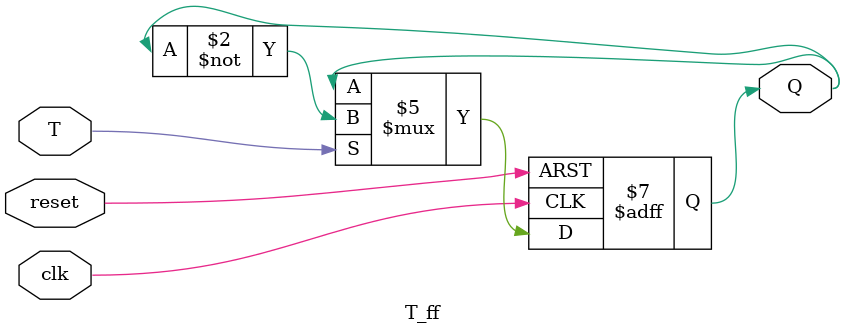
<source format=v>

module T_ff(input T,clk,reset, output reg Q);

initial Q=0; 
  always@(posedge clk or posedge reset)
  
   if(reset) begin
   Q<=0;
   end
	else begin
	if(T) begin
	   Q<=~Q;
	   end
	else begin
	   Q<=Q; 
	   end
	end	
endmodule 	 

</source>
